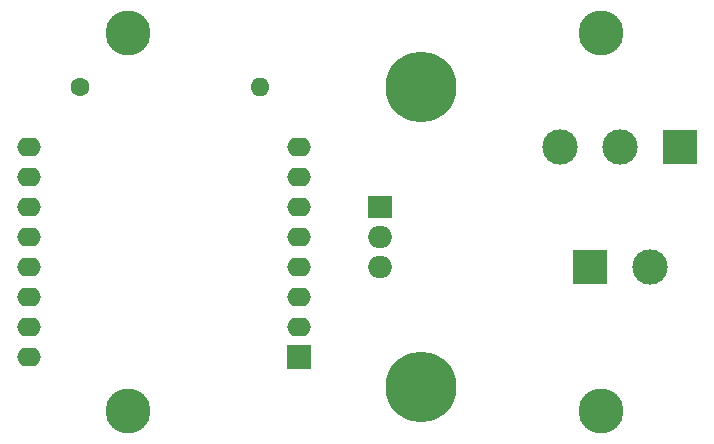
<source format=gbr>
%TF.GenerationSoftware,KiCad,Pcbnew,(7.0.0)*%
%TF.CreationDate,2025-02-09T12:12:52+01:00*%
%TF.ProjectId,fairy-lights,66616972-792d-46c6-9967-6874732e6b69,rev?*%
%TF.SameCoordinates,Original*%
%TF.FileFunction,Soldermask,Top*%
%TF.FilePolarity,Negative*%
%FSLAX46Y46*%
G04 Gerber Fmt 4.6, Leading zero omitted, Abs format (unit mm)*
G04 Created by KiCad (PCBNEW (7.0.0)) date 2025-02-09 12:12:52*
%MOMM*%
%LPD*%
G01*
G04 APERTURE LIST*
%ADD10C,3.800000*%
%ADD11R,3.000000X3.000000*%
%ADD12C,3.000000*%
%ADD13C,1.600000*%
%ADD14O,1.600000X1.600000*%
%ADD15C,6.000000*%
%ADD16R,2.000000X2.000000*%
%ADD17O,2.000000X1.600000*%
%ADD18R,2.000000X1.905000*%
%ADD19O,2.000000X1.905000*%
G04 APERTURE END LIST*
D10*
%TO.C,REF\u002A\u002A*%
X100000000Y-82000000D03*
%TD*%
%TO.C,REF\u002A\u002A*%
X100000000Y-50000000D03*
%TD*%
D11*
%TO.C,J4*%
X146684999Y-59689999D03*
D12*
X141605000Y-59690000D03*
X136525000Y-59690000D03*
%TD*%
D13*
%TO.C,R1*%
X95885000Y-54610000D03*
D14*
X111124999Y-54609999D03*
%TD*%
D10*
%TO.C,REF\u002A\u002A*%
X140000000Y-50000000D03*
%TD*%
D15*
%TO.C,HS1*%
X124770000Y-54610000D03*
X124770000Y-80010000D03*
%TD*%
D16*
%TO.C,U1*%
X114449999Y-77469999D03*
D17*
X114449999Y-74929999D03*
X114449999Y-72389999D03*
X114449999Y-69849999D03*
X114449999Y-67309999D03*
X114449999Y-64769999D03*
X114449999Y-62229999D03*
X114449999Y-59689999D03*
X91589999Y-59689999D03*
X91589999Y-62229999D03*
X91589999Y-64769999D03*
X91589999Y-67309999D03*
X91589999Y-69849999D03*
X91589999Y-72389999D03*
X91589999Y-74929999D03*
X91589999Y-77469999D03*
%TD*%
D18*
%TO.C,Q1*%
X121284999Y-64769999D03*
D19*
X121284999Y-67309999D03*
X121284999Y-69849999D03*
%TD*%
D11*
%TO.C,J2*%
X139064999Y-69849999D03*
D12*
X144145000Y-69850000D03*
%TD*%
D10*
%TO.C,REF\u002A\u002A*%
X140000000Y-82000000D03*
%TD*%
M02*

</source>
